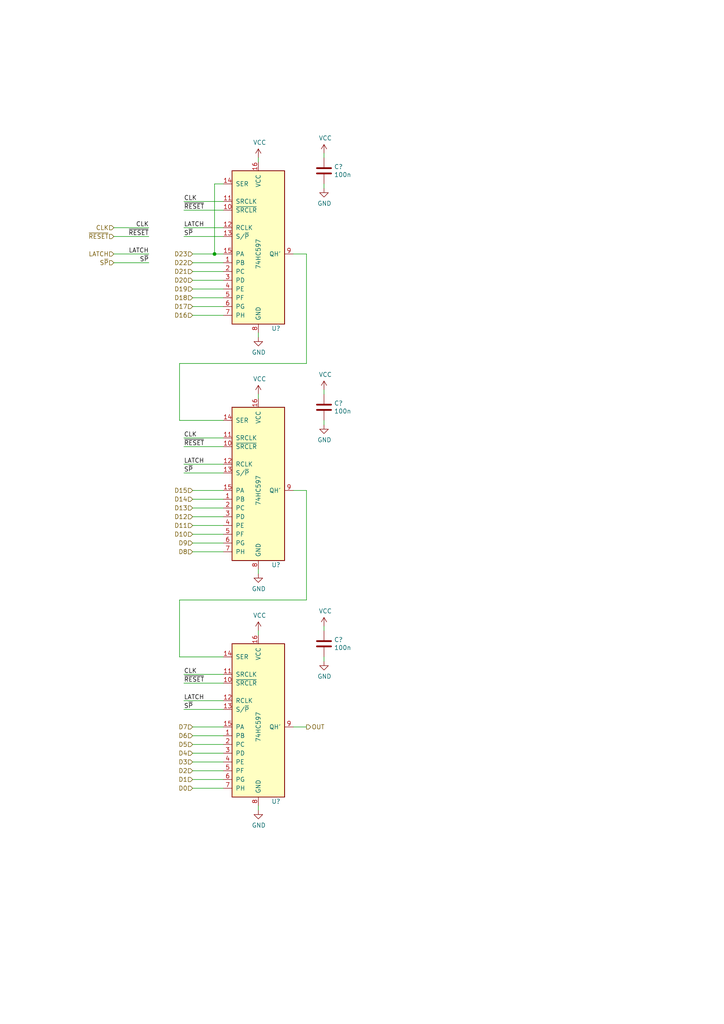
<source format=kicad_sch>
(kicad_sch (version 20211123) (generator eeschema)
  (paper "A4" portrait)
  (lib_symbols
    (symbol "Device:C" (pin_numbers hide) (pin_names (offset 0.254))
      (property "Reference" "C" (at 0.635 2.54 0))
      (property "Value" "C" (at 0.635 -2.54 0))
      (symbol "C_0_1"
        (polyline (pts (xy -2.032 -0.762) (xy 2.032 -0.762)) (stroke (width 0.508)))
        (polyline (pts (xy -2.032 0.762) (xy 2.032 0.762)) (stroke (width 0.508)))
      )
      (symbol "C_1_1"
        (pin passive line (at 0 3.81 270) (length 2.794) (name "~") (number "1"))
        (pin passive line (at 0 -3.81 90) (length 2.794) (name "~") (number "2"))
      )
    )
    (symbol "power:GND" (power) (pin_names (offset 0))
      (property "Value" "GND" (at 0 -3.81 0))
      (symbol "GND_0_1"
        (polyline (pts (xy 0 0) (xy 0 -1.27) (xy 1.27 -1.27) (xy 0 -2.54) (xy -1.27 -1.27) (xy 0 -1.27)))
      )
      (symbol "GND_1_1"
        (pin power_in line (at 0 0 270) (length 0) hide (name "GND") (number "1"))
      )
    )
    (symbol "power:VCC" (power) (pin_names (offset 0))
      (property "Value" "VCC" (at 0 3.81 0))
      (symbol "VCC_0_1"
        (polyline (pts (xy -0.762 1.27) (xy 0 2.54)))
        (polyline (pts (xy 0 0) (xy 0 2.54)))
        (polyline (pts (xy 0 2.54) (xy 0.762 1.27)))
      )
      (symbol "VCC_1_1"
        (pin power_in line (at 0 0 90) (length 0) hide (name "VCC") (number "1"))
      )
    )
    (symbol "riscv-serial:74HC597" (pin_names (offset 1.016))
      (property "Reference" "U" (at 5.08 -22.86 0))
      (property "Value" "74HC597" (at 0 0 90))
      (symbol "74HC597_0_1"
        (rectangle (start -7.62 24.13) (end 7.62 -20.32) (stroke (width 0.254)) (fill (type background)))
      )
      (symbol "74HC597_1_1"
        (pin input line (at -10.16 -2.54 0) (length 2.54) (name "PB") (number "1"))
        (pin input line (at -10.16 12.7 0) (length 2.54) (name "~{SRCLR}") (number "10"))
        (pin input line (at -10.16 15.24 0) (length 2.54) (name "SRCLK") (number "11"))
        (pin input line (at -10.16 7.62 0) (length 2.54) (name "RCLK") (number "12"))
        (pin input line (at -10.16 5.08 0) (length 2.54) (name "S/~{P}") (number "13"))
        (pin input line (at -10.16 20.32 0) (length 2.54) (name "SER") (number "14"))
        (pin input line (at -10.16 0 0) (length 2.54) (name "PA") (number "15"))
        (pin power_in line (at 0 26.67 270) (length 2.54) (name "VCC") (number "16"))
        (pin input line (at -10.16 -5.08 0) (length 2.54) (name "PC") (number "2"))
        (pin input line (at -10.16 -7.62 0) (length 2.54) (name "PD") (number "3"))
        (pin input line (at -10.16 -10.16 0) (length 2.54) (name "PE") (number "4"))
        (pin input line (at -10.16 -12.7 0) (length 2.54) (name "PF") (number "5"))
        (pin input line (at -10.16 -15.24 0) (length 2.54) (name "PG") (number "6"))
        (pin input line (at -10.16 -17.78 0) (length 2.54) (name "PH") (number "7"))
        (pin power_in line (at 0 -22.86 90) (length 2.54) (name "GND") (number "8"))
        (pin output line (at 10.16 0 180) (length 2.54) (name "QH'") (number "9"))
      )
    )
  )
  (junction (at 62.23 73.66))
  (wire (pts (xy 55.88 73.66) (xy 62.23 73.66)))
  (wire (pts (xy 55.88 83.82) (xy 64.77 83.82)))
  (wire (pts (xy 53.34 198.12) (xy 64.77 198.12)))
  (wire (pts (xy 53.34 129.54) (xy 64.77 129.54)))
  (wire (pts (xy 52.07 190.5) (xy 64.77 190.5)))
  (wire (pts (xy 64.77 228.6) (xy 55.88 228.6)))
  (wire (pts (xy 33.02 66.04) (xy 43.18 66.04)))
  (wire (pts (xy 33.02 73.66) (xy 43.18 73.66)))
  (wire (pts (xy 74.93 114.3) (xy 74.93 115.57)))
  (wire (pts (xy 43.18 76.2) (xy 33.02 76.2)))
  (wire (pts (xy 74.93 96.52) (xy 74.93 97.79)))
  (wire (pts (xy 88.9 142.24) (xy 85.09 142.24)))
  (wire (pts (xy 52.07 173.99) (xy 52.07 190.5)))
  (wire (pts (xy 88.9 105.41) (xy 52.07 105.41)))
  (wire (pts (xy 55.88 210.82) (xy 64.77 210.82)))
  (wire (pts (xy 64.77 213.36) (xy 55.88 213.36)))
  (wire (pts (xy 93.98 44.45) (xy 93.98 45.72)))
  (wire (pts (xy 88.9 73.66) (xy 88.9 105.41)))
  (wire (pts (xy 88.9 210.82) (xy 85.09 210.82)))
  (wire (pts (xy 93.98 181.61) (xy 93.98 182.88)))
  (wire (pts (xy 88.9 173.99) (xy 52.07 173.99)))
  (wire (pts (xy 55.88 220.98) (xy 64.77 220.98)))
  (wire (pts (xy 43.18 68.58) (xy 33.02 68.58)))
  (wire (pts (xy 64.77 53.34) (xy 62.23 53.34)))
  (wire (pts (xy 88.9 142.24) (xy 88.9 173.99)))
  (wire (pts (xy 55.88 226.06) (xy 64.77 226.06)))
  (wire (pts (xy 64.77 195.58) (xy 53.34 195.58)))
  (wire (pts (xy 64.77 154.94) (xy 55.88 154.94)))
  (wire (pts (xy 64.77 76.2) (xy 55.88 76.2)))
  (wire (pts (xy 74.93 182.88) (xy 74.93 184.15)))
  (wire (pts (xy 64.77 81.28) (xy 55.88 81.28)))
  (wire (pts (xy 93.98 113.03) (xy 93.98 114.3)))
  (wire (pts (xy 93.98 121.92) (xy 93.98 123.19)))
  (wire (pts (xy 64.77 86.36) (xy 55.88 86.36)))
  (wire (pts (xy 62.23 53.34) (xy 62.23 73.66)))
  (wire (pts (xy 88.9 73.66) (xy 85.09 73.66)))
  (wire (pts (xy 64.77 160.02) (xy 55.88 160.02)))
  (wire (pts (xy 64.77 127) (xy 53.34 127)))
  (wire (pts (xy 52.07 105.41) (xy 52.07 121.92)))
  (wire (pts (xy 64.77 203.2) (xy 53.34 203.2)))
  (wire (pts (xy 93.98 53.34) (xy 93.98 54.61)))
  (wire (pts (xy 55.88 152.4) (xy 64.77 152.4)))
  (wire (pts (xy 74.93 165.1) (xy 74.93 166.37)))
  (wire (pts (xy 62.23 73.66) (xy 64.77 73.66)))
  (wire (pts (xy 64.77 149.86) (xy 55.88 149.86)))
  (wire (pts (xy 53.34 68.58) (xy 64.77 68.58)))
  (wire (pts (xy 64.77 223.52) (xy 55.88 223.52)))
  (wire (pts (xy 64.77 58.42) (xy 53.34 58.42)))
  (wire (pts (xy 52.07 121.92) (xy 64.77 121.92)))
  (wire (pts (xy 64.77 134.62) (xy 53.34 134.62)))
  (wire (pts (xy 55.88 147.32) (xy 64.77 147.32)))
  (wire (pts (xy 53.34 60.96) (xy 64.77 60.96)))
  (wire (pts (xy 64.77 91.44) (xy 55.88 91.44)))
  (wire (pts (xy 55.88 157.48) (xy 64.77 157.48)))
  (wire (pts (xy 93.98 190.5) (xy 93.98 191.77)))
  (wire (pts (xy 53.34 137.16) (xy 64.77 137.16)))
  (wire (pts (xy 74.93 45.72) (xy 74.93 46.99)))
  (wire (pts (xy 53.34 205.74) (xy 64.77 205.74)))
  (wire (pts (xy 64.77 144.78) (xy 55.88 144.78)))
  (wire (pts (xy 55.88 78.74) (xy 64.77 78.74)))
  (wire (pts (xy 64.77 66.04) (xy 53.34 66.04)))
  (wire (pts (xy 55.88 88.9) (xy 64.77 88.9)))
  (wire (pts (xy 55.88 142.24) (xy 64.77 142.24)))
  (wire (pts (xy 64.77 218.44) (xy 55.88 218.44)))
  (wire (pts (xy 74.93 233.68) (xy 74.93 234.95)))
  (wire (pts (xy 55.88 215.9) (xy 64.77 215.9)))
  (label "LATCH" (at 43.18 73.66 180))
  (label "LATCH" (at 53.34 66.04 0))
  (label "~{RESET}" (at 53.34 60.96 0))
  (label "S~{P}" (at 53.34 205.74 0))
  (label "~{RESET}" (at 43.18 68.58 180))
  (label "CLK" (at 53.34 195.58 0))
  (label "S~{P}" (at 53.34 68.58 0))
  (label "LATCH" (at 53.34 134.62 0))
  (label "~{RESET}" (at 53.34 129.54 0))
  (label "~{RESET}" (at 53.34 198.12 0))
  (label "S~{P}" (at 53.34 137.16 0))
  (label "LATCH" (at 53.34 203.2 0))
  (label "S~{P}" (at 43.18 76.2 180))
  (label "CLK" (at 43.18 66.04 180))
  (label "CLK" (at 53.34 127 0))
  (label "CLK" (at 53.34 58.42 0))
  (hierarchical_label "OUT" (shape output) (at 88.9 210.82 0))
  (hierarchical_label "D13" (shape input) (at 55.88 147.32 180))
  (hierarchical_label "LATCH" (shape input) (at 33.02 73.66 180))
  (hierarchical_label "D3" (shape input) (at 55.88 220.98 180))
  (hierarchical_label "D16" (shape input) (at 55.88 91.44 180))
  (hierarchical_label "D7" (shape input) (at 55.88 210.82 180))
  (hierarchical_label "S~{P}" (shape input) (at 33.02 76.2 180))
  (hierarchical_label "D9" (shape input) (at 55.88 157.48 180))
  (hierarchical_label "D5" (shape input) (at 55.88 215.9 180))
  (hierarchical_label "~{RESET}" (shape input) (at 33.02 68.58 180))
  (hierarchical_label "D22" (shape input) (at 55.88 76.2 180))
  (hierarchical_label "D0" (shape input) (at 55.88 228.6 180))
  (hierarchical_label "D12" (shape input) (at 55.88 149.86 180))
  (hierarchical_label "D10" (shape input) (at 55.88 154.94 180))
  (hierarchical_label "D19" (shape input) (at 55.88 83.82 180))
  (hierarchical_label "CLK" (shape input) (at 33.02 66.04 180))
  (hierarchical_label "D23" (shape input) (at 55.88 73.66 180))
  (hierarchical_label "D1" (shape input) (at 55.88 226.06 180))
  (hierarchical_label "D18" (shape input) (at 55.88 86.36 180))
  (hierarchical_label "D21" (shape input) (at 55.88 78.74 180))
  (hierarchical_label "D11" (shape input) (at 55.88 152.4 180))
  (hierarchical_label "D17" (shape input) (at 55.88 88.9 180))
  (hierarchical_label "D8" (shape input) (at 55.88 160.02 180))
  (hierarchical_label "D20" (shape input) (at 55.88 81.28 180))
  (hierarchical_label "D14" (shape input) (at 55.88 144.78 180))
  (hierarchical_label "D15" (shape input) (at 55.88 142.24 180))
  (hierarchical_label "D6" (shape input) (at 55.88 213.36 180))
  (hierarchical_label "D4" (shape input) (at 55.88 218.44 180))
  (hierarchical_label "D2" (shape input) (at 55.88 223.52 180))
  (symbol (lib_id "riscv-serial:74HC597") (at 74.93 142.24 0) (unit 1)
    (property "Reference" "U?" (at 78.74 163.83 0) (effects (justify left)))
    (property "Value" "74HC597" (at 74.93 142.24 90))
    (property "Footprint" "Package_SO:SOIC-16_3.9x9.9mm_P1.27mm" (effects hide))
  )
  (symbol (lib_id "power:VCC") (at 74.93 114.3 0) (unit 1)
    (property "Reference" "#PWR?" (effects hide))
    (property "Value" "VCC" (at 75.311 109.9058 0))
  )
  (symbol (lib_id "Device:C") (at 93.98 118.11 0) (unit 1)
    (property "Reference" "C?" (at 96.901 116.9416 0) (effects (justify left)))
    (property "Value" "100n" (at 96.901 119.253 0) (effects (justify left)))
    (property "Footprint" "Capacitor_SMD:C_0805_2012Metric_Pad1.18x1.45mm_HandSolder" (effects hide))
  )
  (symbol (lib_id "power:VCC") (at 74.93 182.88 0) (unit 1)
    (property "Reference" "#PWR?" (effects hide))
    (property "Value" "VCC" (at 75.311 178.4858 0))
  )
  (symbol (lib_id "power:GND") (at 74.93 234.95 0) (unit 1)
    (property "Reference" "#PWR?" (effects hide))
    (property "Value" "GND" (at 75.057 239.3442 0))
  )
  (symbol (lib_id "Device:C") (at 93.98 186.69 0) (unit 1)
    (property "Reference" "C?" (at 96.901 185.5216 0) (effects (justify left)))
    (property "Value" "100n" (at 96.901 187.833 0) (effects (justify left)))
    (property "Footprint" "Capacitor_SMD:C_0805_2012Metric_Pad1.18x1.45mm_HandSolder" (effects hide))
  )
  (symbol (lib_id "power:VCC") (at 93.98 181.61 0) (unit 1)
    (property "Reference" "#PWR?" (effects hide))
    (property "Value" "VCC" (at 94.361 177.2158 0))
  )
  (symbol (lib_id "riscv-serial:74HC597") (at 74.93 73.66 0) (unit 1)
    (property "Reference" "U?" (at 78.74 95.25 0) (effects (justify left)))
    (property "Value" "74HC597" (at 74.93 73.66 90))
    (property "Footprint" "Package_SO:SOIC-16_3.9x9.9mm_P1.27mm" (effects hide))
  )
  (symbol (lib_id "power:VCC") (at 74.93 45.72 0) (unit 1)
    (property "Reference" "#PWR?" (effects hide))
    (property "Value" "VCC" (at 75.311 41.3258 0))
  )
  (symbol (lib_id "Device:C") (at 93.98 49.53 0) (unit 1)
    (property "Reference" "C?" (at 96.901 48.3616 0) (effects (justify left)))
    (property "Value" "100n" (at 96.901 50.673 0) (effects (justify left)))
    (property "Footprint" "Capacitor_SMD:C_0805_2012Metric_Pad1.18x1.45mm_HandSolder" (effects hide))
  )
  (symbol (lib_id "power:VCC") (at 93.98 44.45 0) (unit 1)
    (property "Reference" "#PWR?" (effects hide))
    (property "Value" "VCC" (at 94.361 40.0558 0))
  )
  (symbol (lib_id "power:GND") (at 93.98 54.61 0) (unit 1)
    (property "Reference" "#PWR?" (effects hide))
    (property "Value" "GND" (at 94.107 59.0042 0))
  )
  (symbol (lib_id "power:VCC") (at 93.98 113.03 0) (unit 1)
    (property "Reference" "#PWR?" (effects hide))
    (property "Value" "VCC" (at 94.361 108.6358 0))
  )
  (symbol (lib_id "power:GND") (at 93.98 123.19 0) (unit 1)
    (property "Reference" "#PWR?" (effects hide))
    (property "Value" "GND" (at 94.107 127.5842 0))
  )
  (symbol (lib_id "riscv-serial:74HC597") (at 74.93 210.82 0) (unit 1)
    (property "Reference" "U?" (at 78.74 232.41 0) (effects (justify left)))
    (property "Value" "74HC597" (at 74.93 210.82 90))
    (property "Footprint" "Package_SO:SOIC-16_3.9x9.9mm_P1.27mm" (effects hide))
  )
  (symbol (lib_id "power:GND") (at 74.93 97.79 0) (unit 1)
    (property "Reference" "#PWR?" (effects hide))
    (property "Value" "GND" (at 75.057 102.1842 0))
  )
  (symbol (lib_id "power:GND") (at 74.93 166.37 0) (unit 1)
    (property "Reference" "#PWR?" (effects hide))
    (property "Value" "GND" (at 75.057 170.7642 0))
  )
  (symbol (lib_id "power:GND") (at 93.98 191.77 0) (unit 1)
    (property "Reference" "#PWR?" (effects hide))
    (property "Value" "GND" (at 94.107 196.1642 0))
  )
)
</source>
